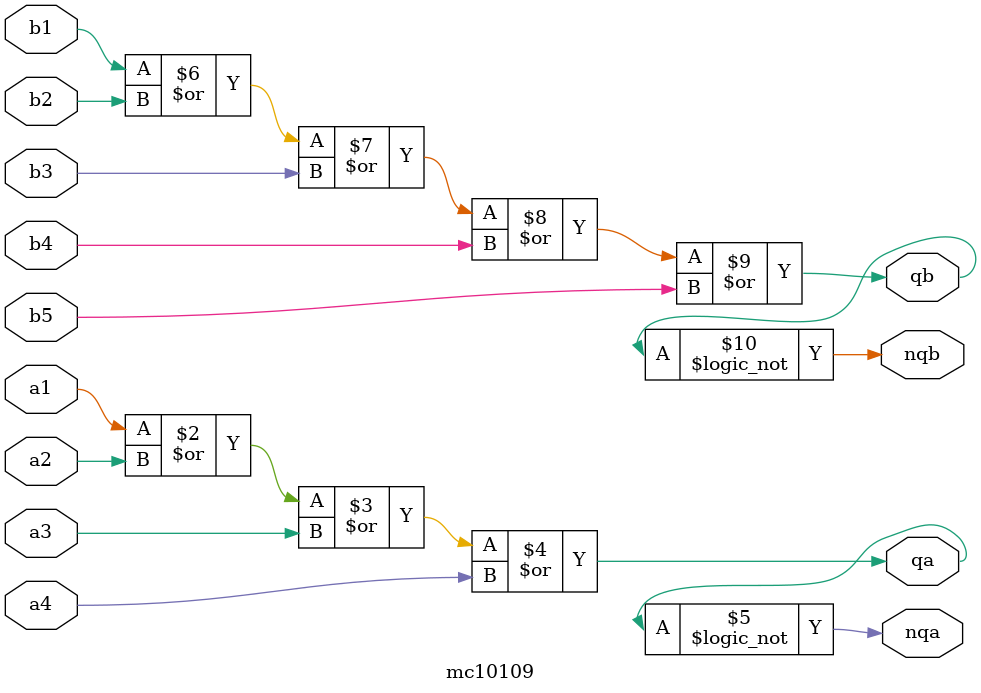
<source format=sv>
module mc10109(input bit a1, a2, a3, a4, b1, b2, b3, b4, b5,
	       output bit qa, nqa,
	       output bit qb, nqb);
   
   always_comb begin
      qa = a1 | a2 | a3 | a4;
      nqa = !qa;
      qb = b1 | b2 | b3 | b4 | b5;
      nqb = !qb;
   end

endmodule // mc10109

</source>
